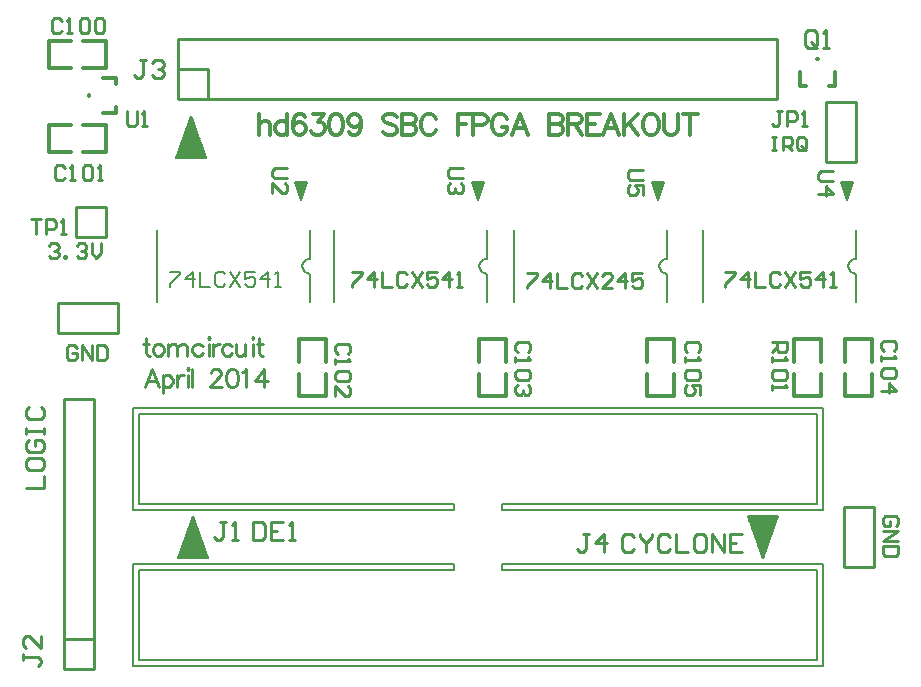
<source format=gto>
%FSLAX23Y23*%
%MOIN*%
G70*
G01*
G75*
%ADD10R,0.060X0.050*%
%ADD11R,0.050X0.060*%
%ADD12R,0.036X0.050*%
%ADD13R,0.036X0.036*%
%ADD14R,0.050X0.036*%
%ADD15R,0.032X0.095*%
%ADD16C,0.015*%
%ADD17C,0.012*%
%ADD18C,0.010*%
%ADD19C,0.030*%
%ADD20C,0.075*%
%ADD21O,0.065X0.075*%
%ADD22R,0.070X0.070*%
%ADD23R,0.065X0.070*%
%ADD24C,0.070*%
%ADD25C,0.050*%
%ADD26C,0.040*%
%ADD27C,0.008*%
%ADD28C,0.008*%
D17*
X10245Y9475D02*
X10320D01*
X10245Y9565D02*
X10320D01*
X10130D02*
X10205D01*
X10130Y9475D02*
X10205D01*
X10320D02*
Y9565D01*
X10130Y9475D02*
Y9565D01*
X10245Y9755D02*
X10320D01*
X10245Y9845D02*
X10320D01*
X10130D02*
X10205D01*
X10130Y9755D02*
X10205D01*
X10320D02*
Y9845D01*
X10130Y9755D02*
Y9845D01*
X12615Y8660D02*
X12705D01*
X12615Y8850D02*
X12705D01*
Y8660D02*
Y8735D01*
X12615Y8660D02*
Y8735D01*
Y8775D02*
Y8850D01*
X12705Y8775D02*
Y8850D01*
X12635Y9695D02*
Y9740D01*
X12750Y9695D02*
Y9740D01*
X12635Y9695D02*
X12655D01*
X12690Y9785D02*
X12695D01*
X12730Y9695D02*
X12750D01*
X10310Y9605D02*
X10355D01*
X10310Y9720D02*
X10355D01*
Y9605D02*
Y9625D01*
X10265Y9660D02*
Y9665D01*
X10355Y9700D02*
Y9720D01*
X12785Y8660D02*
X12875D01*
X12785Y8850D02*
X12875D01*
Y8660D02*
Y8735D01*
X12785Y8660D02*
Y8735D01*
Y8775D02*
Y8850D01*
X12875Y8775D02*
Y8850D01*
X10965Y8660D02*
X11055D01*
X10965Y8850D02*
X11055D01*
Y8660D02*
Y8735D01*
X10965Y8660D02*
Y8735D01*
Y8775D02*
Y8850D01*
X11055Y8775D02*
Y8850D01*
X11565Y8660D02*
X11655D01*
X11565Y8850D02*
X11655D01*
Y8660D02*
Y8735D01*
X11565Y8660D02*
Y8735D01*
Y8775D02*
Y8850D01*
X11655Y8775D02*
Y8850D01*
X12125Y8660D02*
X12215D01*
X12125Y8850D02*
X12215D01*
Y8660D02*
Y8735D01*
X12125Y8660D02*
Y8735D01*
Y8775D02*
Y8850D01*
X12215Y8775D02*
Y8850D01*
X10830Y9600D02*
Y9530D01*
Y9563D02*
X10840Y9573D01*
X10847Y9577D01*
X10857D01*
X10863Y9573D01*
X10867Y9563D01*
Y9530D01*
X10925Y9600D02*
Y9530D01*
Y9567D02*
X10918Y9573D01*
X10912Y9577D01*
X10902D01*
X10895Y9573D01*
X10888Y9567D01*
X10885Y9557D01*
Y9550D01*
X10888Y9540D01*
X10895Y9533D01*
X10902Y9530D01*
X10912D01*
X10918Y9533D01*
X10925Y9540D01*
X10984Y9590D02*
X10980Y9597D01*
X10970Y9600D01*
X10964D01*
X10954Y9597D01*
X10947Y9587D01*
X10944Y9570D01*
Y9553D01*
X10947Y9540D01*
X10954Y9533D01*
X10964Y9530D01*
X10967D01*
X10977Y9533D01*
X10984Y9540D01*
X10987Y9550D01*
Y9553D01*
X10984Y9563D01*
X10977Y9570D01*
X10967Y9573D01*
X10964D01*
X10954Y9570D01*
X10947Y9563D01*
X10944Y9553D01*
X11009Y9600D02*
X11046D01*
X11026Y9573D01*
X11036D01*
X11042Y9570D01*
X11046Y9567D01*
X11049Y9557D01*
Y9550D01*
X11046Y9540D01*
X11039Y9533D01*
X11029Y9530D01*
X11019D01*
X11009Y9533D01*
X11006Y9537D01*
X11002Y9543D01*
X11085Y9600D02*
X11075Y9597D01*
X11068Y9587D01*
X11065Y9570D01*
Y9560D01*
X11068Y9543D01*
X11075Y9533D01*
X11085Y9530D01*
X11091D01*
X11101Y9533D01*
X11108Y9543D01*
X11111Y9560D01*
Y9570D01*
X11108Y9587D01*
X11101Y9597D01*
X11091Y9600D01*
X11085D01*
X11170Y9577D02*
X11167Y9567D01*
X11160Y9560D01*
X11150Y9557D01*
X11147D01*
X11137Y9560D01*
X11130Y9567D01*
X11127Y9577D01*
Y9580D01*
X11130Y9590D01*
X11137Y9597D01*
X11147Y9600D01*
X11150D01*
X11160Y9597D01*
X11167Y9590D01*
X11170Y9577D01*
Y9560D01*
X11167Y9543D01*
X11160Y9533D01*
X11150Y9530D01*
X11144D01*
X11134Y9533D01*
X11130Y9540D01*
X11291Y9590D02*
X11284Y9597D01*
X11274Y9600D01*
X11261D01*
X11251Y9597D01*
X11244Y9590D01*
Y9583D01*
X11248Y9577D01*
X11251Y9573D01*
X11258Y9570D01*
X11278Y9563D01*
X11284Y9560D01*
X11288Y9557D01*
X11291Y9550D01*
Y9540D01*
X11284Y9533D01*
X11274Y9530D01*
X11261D01*
X11251Y9533D01*
X11244Y9540D01*
X11307Y9600D02*
Y9530D01*
Y9600D02*
X11337D01*
X11347Y9597D01*
X11350Y9593D01*
X11353Y9587D01*
Y9580D01*
X11350Y9573D01*
X11347Y9570D01*
X11337Y9567D01*
X11307D02*
X11337D01*
X11347Y9563D01*
X11350Y9560D01*
X11353Y9553D01*
Y9543D01*
X11350Y9537D01*
X11347Y9533D01*
X11337Y9530D01*
X11307D01*
X11419Y9583D02*
X11416Y9590D01*
X11409Y9597D01*
X11402Y9600D01*
X11389D01*
X11382Y9597D01*
X11376Y9590D01*
X11372Y9583D01*
X11369Y9573D01*
Y9557D01*
X11372Y9547D01*
X11376Y9540D01*
X11382Y9533D01*
X11389Y9530D01*
X11402D01*
X11409Y9533D01*
X11416Y9540D01*
X11419Y9547D01*
X11494Y9600D02*
Y9530D01*
Y9600D02*
X11537D01*
X11494Y9567D02*
X11520D01*
X11545Y9563D02*
X11575D01*
X11585Y9567D01*
X11588Y9570D01*
X11592Y9577D01*
Y9587D01*
X11588Y9593D01*
X11585Y9597D01*
X11575Y9600D01*
X11545D01*
Y9530D01*
X11657Y9583D02*
X11654Y9590D01*
X11647Y9597D01*
X11640Y9600D01*
X11627D01*
X11620Y9597D01*
X11614Y9590D01*
X11610Y9583D01*
X11607Y9573D01*
Y9557D01*
X11610Y9547D01*
X11614Y9540D01*
X11620Y9533D01*
X11627Y9530D01*
X11640D01*
X11647Y9533D01*
X11654Y9540D01*
X11657Y9547D01*
Y9557D01*
X11640D02*
X11657D01*
X11726Y9530D02*
X11700Y9600D01*
X11673Y9530D01*
X11683Y9553D02*
X11716D01*
X11798Y9600D02*
Y9530D01*
Y9600D02*
X11828D01*
X11838Y9597D01*
X11841Y9593D01*
X11844Y9587D01*
Y9580D01*
X11841Y9573D01*
X11838Y9570D01*
X11828Y9567D01*
X11798D02*
X11828D01*
X11838Y9563D01*
X11841Y9560D01*
X11844Y9553D01*
Y9543D01*
X11841Y9537D01*
X11838Y9533D01*
X11828Y9530D01*
X11798D01*
X11860Y9600D02*
Y9530D01*
Y9600D02*
X11890D01*
X11900Y9597D01*
X11903Y9593D01*
X11907Y9587D01*
Y9580D01*
X11903Y9573D01*
X11900Y9570D01*
X11890Y9567D01*
X11860D01*
X11883D02*
X11907Y9530D01*
X11966Y9600D02*
X11922D01*
Y9530D01*
X11966D01*
X11922Y9567D02*
X11949D01*
X12031Y9530D02*
X12004Y9600D01*
X11977Y9530D01*
X11987Y9553D02*
X12021D01*
X12047Y9600D02*
Y9530D01*
X12094Y9600D02*
X12047Y9553D01*
X12064Y9570D02*
X12094Y9530D01*
X12129Y9600D02*
X12123Y9597D01*
X12116Y9590D01*
X12113Y9583D01*
X12109Y9573D01*
Y9557D01*
X12113Y9547D01*
X12116Y9540D01*
X12123Y9533D01*
X12129Y9530D01*
X12143D01*
X12149Y9533D01*
X12156Y9540D01*
X12159Y9547D01*
X12163Y9557D01*
Y9573D01*
X12159Y9583D01*
X12156Y9590D01*
X12149Y9597D01*
X12143Y9600D01*
X12129D01*
X12179D02*
Y9550D01*
X12182Y9540D01*
X12189Y9533D01*
X12199Y9530D01*
X12206D01*
X12216Y9533D01*
X12222Y9540D01*
X12226Y9550D01*
Y9600D01*
X12268D02*
Y9530D01*
X12245Y9600D02*
X12292D01*
D18*
X10560Y9650D02*
Y9750D01*
X10660D02*
X10660Y9650D01*
X10560Y9750D02*
X10660D01*
X10560D02*
Y9850D01*
Y9650D02*
X12558Y9650D01*
X10560Y9850D02*
X12558D01*
Y9650D02*
Y9850D01*
X10320Y9190D02*
Y9290D01*
X10220Y9190D02*
X10320D01*
X10220Y9290D02*
X10320D01*
X10220Y9190D02*
Y9290D01*
X12720Y9440D02*
X12820D01*
X12720Y9640D02*
X12820D01*
X12720Y9440D02*
Y9640D01*
X12820Y9440D02*
Y9640D01*
X12780Y8090D02*
X12880D01*
X12780Y8290D02*
X12880D01*
X12780Y8090D02*
Y8290D01*
X12880Y8090D02*
Y8290D01*
X10360Y8870D02*
X10360Y8970D01*
X10160Y8870D02*
Y8970D01*
Y8870D02*
X10360D01*
X10160Y8970D02*
X10360D01*
X10280Y7750D02*
Y8650D01*
X10180Y7750D02*
Y8650D01*
X10280D01*
X10180Y7750D02*
X10280D01*
X10180Y7850D02*
X10280D01*
X10455Y9780D02*
X10435D01*
X10445D01*
Y9730D01*
X10435Y9720D01*
X10425D01*
X10415Y9730D01*
X10475Y9770D02*
X10485Y9780D01*
X10505D01*
X10515Y9770D01*
Y9760D01*
X10505Y9750D01*
X10495D01*
X10505D01*
X10515Y9740D01*
Y9730D01*
X10505Y9720D01*
X10485D01*
X10475Y9730D01*
X10810Y8240D02*
Y8180D01*
X10840D01*
X10850Y8190D01*
Y8230D01*
X10840Y8240D01*
X10810D01*
X10910D02*
X10870D01*
Y8180D01*
X10910D01*
X10870Y8210D02*
X10890D01*
X10930Y8180D02*
X10950D01*
X10940D01*
Y8240D01*
X10930Y8230D01*
X10720Y8240D02*
X10700D01*
X10710D01*
Y8190D01*
X10700Y8180D01*
X10690D01*
X10680Y8190D01*
X10740Y8180D02*
X10760D01*
X10750D01*
Y8240D01*
X10740Y8230D01*
X12080Y8190D02*
X12070Y8200D01*
X12050D01*
X12040Y8190D01*
Y8150D01*
X12050Y8140D01*
X12070D01*
X12080Y8150D01*
X12100Y8200D02*
Y8190D01*
X12120Y8170D01*
X12140Y8190D01*
Y8200D01*
X12120Y8170D02*
Y8140D01*
X12200Y8190D02*
X12190Y8200D01*
X12170D01*
X12160Y8190D01*
Y8150D01*
X12170Y8140D01*
X12190D01*
X12200Y8150D01*
X12220Y8200D02*
Y8140D01*
X12260D01*
X12310Y8200D02*
X12290D01*
X12280Y8190D01*
Y8150D01*
X12290Y8140D01*
X12310D01*
X12320Y8150D01*
Y8190D01*
X12310Y8200D01*
X12340Y8140D02*
Y8200D01*
X12380Y8140D01*
Y8200D01*
X12440D02*
X12400D01*
Y8140D01*
X12440D01*
X12400Y8170D02*
X12420D01*
X11930Y8200D02*
X11910D01*
X11920D01*
Y8150D01*
X11910Y8140D01*
X11900D01*
X11890Y8150D01*
X11980Y8140D02*
Y8200D01*
X11950Y8170D01*
X11990D01*
X11725Y9070D02*
X11758D01*
Y9062D01*
X11725Y9028D01*
Y9020D01*
X11800D02*
Y9070D01*
X11775Y9045D01*
X11808D01*
X11825Y9070D02*
Y9020D01*
X11858D01*
X11908Y9062D02*
X11900Y9070D01*
X11883D01*
X11875Y9062D01*
Y9028D01*
X11883Y9020D01*
X11900D01*
X11908Y9028D01*
X11925Y9070D02*
X11958Y9020D01*
Y9070D02*
X11925Y9020D01*
X12008D02*
X11975D01*
X12008Y9053D01*
Y9062D01*
X12000Y9070D01*
X11983D01*
X11975Y9062D01*
X12050Y9020D02*
Y9070D01*
X12025Y9045D01*
X12058D01*
X12108Y9070D02*
X12075D01*
Y9045D01*
X12092Y9053D01*
X12100D01*
X12108Y9045D01*
Y9028D01*
X12100Y9020D01*
X12083D01*
X12075Y9028D01*
X12110Y9415D02*
X12068D01*
X12060Y9407D01*
Y9390D01*
X12068Y9382D01*
X12110D01*
Y9332D02*
Y9365D01*
X12085D01*
X12093Y9348D01*
Y9340D01*
X12085Y9332D01*
X12068D01*
X12060Y9340D01*
Y9357D01*
X12068Y9365D01*
X12385Y9075D02*
X12418D01*
Y9067D01*
X12385Y9033D01*
Y9025D01*
X12460D02*
Y9075D01*
X12435Y9050D01*
X12468D01*
X12485Y9075D02*
Y9025D01*
X12518D01*
X12568Y9067D02*
X12560Y9075D01*
X12543D01*
X12535Y9067D01*
Y9033D01*
X12543Y9025D01*
X12560D01*
X12568Y9033D01*
X12585Y9075D02*
X12618Y9025D01*
Y9075D02*
X12585Y9025D01*
X12668Y9075D02*
X12635D01*
Y9050D01*
X12652Y9058D01*
X12660D01*
X12668Y9050D01*
Y9033D01*
X12660Y9025D01*
X12643D01*
X12635Y9033D01*
X12710Y9025D02*
Y9075D01*
X12685Y9050D01*
X12718D01*
X12735Y9025D02*
X12752D01*
X12743D01*
Y9075D01*
X12735Y9067D01*
X12745Y9410D02*
X12703D01*
X12695Y9402D01*
Y9385D01*
X12703Y9377D01*
X12745D01*
X12695Y9335D02*
X12745D01*
X12720Y9360D01*
Y9327D01*
X11140Y9075D02*
X11173D01*
Y9067D01*
X11140Y9033D01*
Y9025D01*
X11215D02*
Y9075D01*
X11190Y9050D01*
X11223D01*
X11240Y9075D02*
Y9025D01*
X11273D01*
X11323Y9067D02*
X11315Y9075D01*
X11298D01*
X11290Y9067D01*
Y9033D01*
X11298Y9025D01*
X11315D01*
X11323Y9033D01*
X11340Y9075D02*
X11373Y9025D01*
Y9075D02*
X11340Y9025D01*
X11423Y9075D02*
X11390D01*
Y9050D01*
X11407Y9058D01*
X11415D01*
X11423Y9050D01*
Y9033D01*
X11415Y9025D01*
X11398D01*
X11390Y9033D01*
X11465Y9025D02*
Y9075D01*
X11440Y9050D01*
X11473D01*
X11490Y9025D02*
X11507D01*
X11498D01*
Y9075D01*
X11490Y9067D01*
X11510Y9420D02*
X11468D01*
X11460Y9412D01*
Y9395D01*
X11468Y9387D01*
X11510D01*
X11502Y9370D02*
X11510Y9362D01*
Y9345D01*
X11502Y9337D01*
X11493D01*
X11485Y9345D01*
Y9353D01*
Y9345D01*
X11477Y9337D01*
X11468D01*
X11460Y9345D01*
Y9362D01*
X11468Y9370D01*
X10925Y9420D02*
X10883D01*
X10875Y9412D01*
Y9395D01*
X10883Y9387D01*
X10925D01*
X10875Y9337D02*
Y9370D01*
X10908Y9337D01*
X10917D01*
X10925Y9345D01*
Y9362D01*
X10917Y9370D01*
X10390Y9610D02*
Y9568D01*
X10398Y9560D01*
X10415D01*
X10423Y9568D01*
Y9610D01*
X10440Y9560D02*
X10457D01*
X10448D01*
Y9610D01*
X10440Y9602D01*
X10130Y9162D02*
X10138Y9170D01*
X10155D01*
X10163Y9162D01*
Y9153D01*
X10155Y9145D01*
X10147D01*
X10155D01*
X10163Y9137D01*
Y9128D01*
X10155Y9120D01*
X10138D01*
X10130Y9128D01*
X10180Y9120D02*
Y9128D01*
X10188D01*
Y9120D01*
X10180D01*
X10222Y9162D02*
X10230Y9170D01*
X10247D01*
X10255Y9162D01*
Y9153D01*
X10247Y9145D01*
X10238D01*
X10247D01*
X10255Y9137D01*
Y9128D01*
X10247Y9120D01*
X10230D01*
X10222Y9128D01*
X10272Y9170D02*
Y9137D01*
X10288Y9120D01*
X10305Y9137D01*
Y9170D01*
X10070Y9250D02*
X10103D01*
X10087D01*
Y9200D01*
X10120D02*
Y9250D01*
X10145D01*
X10153Y9242D01*
Y9225D01*
X10145Y9217D01*
X10120D01*
X10170Y9200D02*
X10187D01*
X10178D01*
Y9250D01*
X10170Y9242D01*
X12540Y8840D02*
X12590D01*
Y8815D01*
X12582Y8807D01*
X12565D01*
X12557Y8815D01*
Y8840D01*
Y8823D02*
X12540Y8807D01*
Y8790D02*
Y8773D01*
Y8782D01*
X12590D01*
X12582Y8790D01*
Y8748D02*
X12590Y8740D01*
Y8723D01*
X12582Y8715D01*
X12548D01*
X12540Y8723D01*
Y8740D01*
X12548Y8748D01*
X12582D01*
X12540Y8698D02*
Y8682D01*
Y8690D01*
X12590D01*
X12582Y8698D01*
X12690Y9830D02*
Y9870D01*
X12680Y9880D01*
X12660D01*
X12650Y9870D01*
Y9830D01*
X12660Y9820D01*
X12680D01*
X12670Y9840D02*
X12690Y9820D01*
X12680D02*
X12690Y9830D01*
X12710Y9820D02*
X12730D01*
X12720D01*
Y9880D01*
X12710Y9870D01*
X12952Y8227D02*
X12960Y8235D01*
Y8252D01*
X12952Y8260D01*
X12918D01*
X12910Y8252D01*
Y8235D01*
X12918Y8227D01*
X12935D01*
Y8243D01*
X12910Y8210D02*
X12960D01*
X12910Y8177D01*
X12960D01*
Y8160D02*
X12910D01*
Y8135D01*
X12918Y8127D01*
X12952D01*
X12960Y8135D01*
Y8160D01*
X10223Y8822D02*
X10215Y8830D01*
X10198D01*
X10190Y8822D01*
Y8788D01*
X10198Y8780D01*
X10215D01*
X10223Y8788D01*
Y8805D01*
X10207D01*
X10240Y8780D02*
Y8830D01*
X10273Y8780D01*
Y8830D01*
X10290D02*
Y8780D01*
X10315D01*
X10323Y8788D01*
Y8822D01*
X10315Y8830D01*
X10290D01*
X12540Y9525D02*
X12555D01*
X12547D01*
Y9480D01*
X12540D01*
X12555D01*
X12577D02*
Y9525D01*
X12600D01*
X12607Y9517D01*
Y9502D01*
X12600Y9495D01*
X12577D01*
X12592D02*
X12607Y9480D01*
X12652Y9487D02*
Y9517D01*
X12645Y9525D01*
X12630D01*
X12622Y9517D01*
Y9487D01*
X12630Y9480D01*
X12645D01*
X12637Y9495D02*
X12652Y9480D01*
X12645D02*
X12652Y9487D01*
X12573Y9610D02*
X12557D01*
X12565D01*
Y9568D01*
X12557Y9560D01*
X12548D01*
X12540Y9568D01*
X12590Y9560D02*
Y9610D01*
X12615D01*
X12623Y9602D01*
Y9585D01*
X12615Y9577D01*
X12590D01*
X12640Y9560D02*
X12657D01*
X12648D01*
Y9610D01*
X12640Y9602D01*
X10055Y8355D02*
X10115D01*
Y8395D01*
X10055Y8445D02*
Y8425D01*
X10065Y8415D01*
X10105D01*
X10115Y8425D01*
Y8445D01*
X10105Y8455D01*
X10065D01*
X10055Y8445D01*
X10065Y8515D02*
X10055Y8505D01*
Y8485D01*
X10065Y8475D01*
X10105D01*
X10115Y8485D01*
Y8505D01*
X10105Y8515D01*
X10085D01*
Y8495D01*
X10055Y8535D02*
Y8555D01*
Y8545D01*
X10115D01*
Y8535D01*
Y8555D01*
X10065Y8625D02*
X10055Y8615D01*
Y8595D01*
X10065Y8585D01*
X10105D01*
X10115Y8595D01*
Y8615D01*
X10105Y8625D01*
X10045Y7800D02*
Y7780D01*
Y7790D01*
X10095D01*
X10105Y7780D01*
Y7770D01*
X10095Y7760D01*
X10105Y7860D02*
Y7820D01*
X10065Y7860D01*
X10055D01*
X10045Y7850D01*
Y7830D01*
X10055Y7820D01*
X10183Y9422D02*
X10175Y9430D01*
X10158D01*
X10150Y9422D01*
Y9388D01*
X10158Y9380D01*
X10175D01*
X10183Y9388D01*
X10200Y9380D02*
X10217D01*
X10208D01*
Y9430D01*
X10200Y9422D01*
X10242D02*
X10250Y9430D01*
X10267D01*
X10275Y9422D01*
Y9388D01*
X10267Y9380D01*
X10250D01*
X10242Y9388D01*
Y9422D01*
X10292Y9380D02*
X10308D01*
X10300D01*
Y9430D01*
X10292Y9422D01*
X10173Y9912D02*
X10165Y9920D01*
X10148D01*
X10140Y9912D01*
Y9878D01*
X10148Y9870D01*
X10165D01*
X10173Y9878D01*
X10190Y9870D02*
X10207D01*
X10198D01*
Y9920D01*
X10190Y9912D01*
X10232D02*
X10240Y9920D01*
X10257D01*
X10265Y9912D01*
Y9878D01*
X10257Y9870D01*
X10240D01*
X10232Y9878D01*
Y9912D01*
X10282D02*
X10290Y9920D01*
X10307D01*
X10315Y9912D01*
Y9878D01*
X10307Y9870D01*
X10290D01*
X10282Y9878D01*
Y9912D01*
X12292Y8807D02*
X12300Y8815D01*
Y8832D01*
X12292Y8840D01*
X12258D01*
X12250Y8832D01*
Y8815D01*
X12258Y8807D01*
X12250Y8790D02*
Y8773D01*
Y8782D01*
X12300D01*
X12292Y8790D01*
Y8748D02*
X12300Y8740D01*
Y8723D01*
X12292Y8715D01*
X12258D01*
X12250Y8723D01*
Y8740D01*
X12258Y8748D01*
X12292D01*
X12300Y8665D02*
Y8698D01*
X12275D01*
X12283Y8682D01*
Y8673D01*
X12275Y8665D01*
X12258D01*
X12250Y8673D01*
Y8690D01*
X12258Y8698D01*
X12947Y8812D02*
X12955Y8820D01*
Y8837D01*
X12947Y8845D01*
X12913D01*
X12905Y8837D01*
Y8820D01*
X12913Y8812D01*
X12905Y8795D02*
Y8778D01*
Y8787D01*
X12955D01*
X12947Y8795D01*
Y8753D02*
X12955Y8745D01*
Y8728D01*
X12947Y8720D01*
X12913D01*
X12905Y8728D01*
Y8745D01*
X12913Y8753D01*
X12947D01*
X12905Y8678D02*
X12955D01*
X12930Y8703D01*
Y8670D01*
X11727Y8807D02*
X11735Y8815D01*
Y8832D01*
X11727Y8840D01*
X11693D01*
X11685Y8832D01*
Y8815D01*
X11693Y8807D01*
X11685Y8790D02*
Y8773D01*
Y8782D01*
X11735D01*
X11727Y8790D01*
Y8748D02*
X11735Y8740D01*
Y8723D01*
X11727Y8715D01*
X11693D01*
X11685Y8723D01*
Y8740D01*
X11693Y8748D01*
X11727D01*
Y8698D02*
X11735Y8690D01*
Y8673D01*
X11727Y8665D01*
X11718D01*
X11710Y8673D01*
Y8682D01*
Y8673D01*
X11702Y8665D01*
X11693D01*
X11685Y8673D01*
Y8690D01*
X11693Y8698D01*
X11127Y8802D02*
X11135Y8810D01*
Y8827D01*
X11127Y8835D01*
X11093D01*
X11085Y8827D01*
Y8810D01*
X11093Y8802D01*
X11085Y8785D02*
Y8768D01*
Y8777D01*
X11135D01*
X11127Y8785D01*
Y8743D02*
X11135Y8735D01*
Y8718D01*
X11127Y8710D01*
X11093D01*
X11085Y8718D01*
Y8735D01*
X11093Y8743D01*
X11127D01*
X11085Y8660D02*
Y8693D01*
X11118Y8660D01*
X11127D01*
X11135Y8668D01*
Y8685D01*
X11127Y8693D01*
X10454Y8855D02*
Y8806D01*
X10456Y8798D01*
X10462Y8795D01*
X10468D01*
X10445Y8835D02*
X10465D01*
X10491D02*
X10485Y8832D01*
X10479Y8826D01*
X10476Y8818D01*
Y8812D01*
X10479Y8804D01*
X10485Y8798D01*
X10491Y8795D01*
X10499D01*
X10505Y8798D01*
X10511Y8804D01*
X10514Y8812D01*
Y8818D01*
X10511Y8826D01*
X10505Y8832D01*
X10499Y8835D01*
X10491D01*
X10527D02*
Y8795D01*
Y8824D02*
X10535Y8832D01*
X10541Y8835D01*
X10550D01*
X10555Y8832D01*
X10558Y8824D01*
Y8795D01*
Y8824D02*
X10567Y8832D01*
X10572Y8835D01*
X10581D01*
X10587Y8832D01*
X10590Y8824D01*
Y8795D01*
X10643Y8826D02*
X10637Y8832D01*
X10631Y8835D01*
X10623D01*
X10617Y8832D01*
X10611Y8826D01*
X10608Y8818D01*
Y8812D01*
X10611Y8804D01*
X10617Y8798D01*
X10623Y8795D01*
X10631D01*
X10637Y8798D01*
X10643Y8804D01*
X10661Y8855D02*
X10664Y8852D01*
X10667Y8855D01*
X10664Y8858D01*
X10661Y8855D01*
X10664Y8835D02*
Y8795D01*
X10678Y8835D02*
Y8795D01*
Y8818D02*
X10680Y8826D01*
X10686Y8832D01*
X10692Y8835D01*
X10700D01*
X10740Y8826D02*
X10734Y8832D01*
X10729Y8835D01*
X10720D01*
X10714Y8832D01*
X10709Y8826D01*
X10706Y8818D01*
Y8812D01*
X10709Y8804D01*
X10714Y8798D01*
X10720Y8795D01*
X10729D01*
X10734Y8798D01*
X10740Y8804D01*
X10753Y8835D02*
Y8806D01*
X10756Y8798D01*
X10762Y8795D01*
X10770D01*
X10776Y8798D01*
X10784Y8806D01*
Y8835D02*
Y8795D01*
X10806Y8855D02*
X10809Y8852D01*
X10811Y8855D01*
X10809Y8858D01*
X10806Y8855D01*
X10809Y8835D02*
Y8795D01*
X10831Y8855D02*
Y8806D01*
X10833Y8798D01*
X10839Y8795D01*
X10845D01*
X10822Y8835D02*
X10842D01*
X10496Y8690D02*
X10473Y8750D01*
X10450Y8690D01*
X10459Y8710D02*
X10487D01*
X10510Y8730D02*
Y8670D01*
Y8721D02*
X10515Y8727D01*
X10521Y8730D01*
X10530D01*
X10535Y8727D01*
X10541Y8721D01*
X10544Y8713D01*
Y8707D01*
X10541Y8699D01*
X10535Y8693D01*
X10530Y8690D01*
X10521D01*
X10515Y8693D01*
X10510Y8699D01*
X10557Y8730D02*
Y8690D01*
Y8713D02*
X10560Y8721D01*
X10565Y8727D01*
X10571Y8730D01*
X10580D01*
X10591Y8750D02*
X10594Y8747D01*
X10597Y8750D01*
X10594Y8753D01*
X10591Y8750D01*
X10594Y8730D02*
Y8690D01*
X10607Y8750D02*
Y8690D01*
X10670Y8736D02*
Y8739D01*
X10673Y8744D01*
X10675Y8747D01*
X10681Y8750D01*
X10693D01*
X10698Y8747D01*
X10701Y8744D01*
X10704Y8739D01*
Y8733D01*
X10701Y8727D01*
X10695Y8719D01*
X10667Y8690D01*
X10707D01*
X10737Y8750D02*
X10729Y8747D01*
X10723Y8739D01*
X10720Y8724D01*
Y8716D01*
X10723Y8701D01*
X10729Y8693D01*
X10737Y8690D01*
X10743D01*
X10752Y8693D01*
X10757Y8701D01*
X10760Y8716D01*
Y8724D01*
X10757Y8739D01*
X10752Y8747D01*
X10743Y8750D01*
X10737D01*
X10774Y8739D02*
X10779Y8741D01*
X10788Y8750D01*
Y8690D01*
X10846Y8750D02*
X10818Y8710D01*
X10860D01*
X10846Y8750D02*
Y8690D01*
D27*
X10592Y9560D02*
X10618D01*
X10591Y9555D02*
X10619D01*
X10589Y9550D02*
X10621D01*
X10587Y9545D02*
X10623D01*
X10650Y9455D02*
Y9469D01*
X10645Y9455D02*
Y9483D01*
X10585Y9540D02*
X10625D01*
X10603Y9590D02*
X10607D01*
X10601Y9585D02*
X10609D01*
X10600Y9580D02*
X10610D01*
X10598Y9575D02*
X10612D01*
X10596Y9570D02*
X10614D01*
X10594Y9565D02*
X10616D01*
X10625Y9455D02*
Y9539D01*
X10620Y9455D02*
Y9553D01*
X10605Y9595D02*
X10655Y9455D01*
X10640D02*
Y9497D01*
X10635Y9455D02*
Y9511D01*
X10630Y9455D02*
Y9525D01*
X10610Y9455D02*
Y9581D01*
X10605Y9455D02*
Y9595D01*
X10600Y9455D02*
Y9581D01*
X10615Y9455D02*
Y9567D01*
X10595Y9455D02*
Y9567D01*
X10590Y9455D02*
Y9553D01*
X10575Y9510D02*
X10635D01*
X10571Y9500D02*
X10639D01*
X10569Y9495D02*
X10641D01*
X10568Y9490D02*
X10642D01*
X10566Y9485D02*
X10644D01*
X10564Y9480D02*
X10646D01*
X10584Y9535D02*
X10626D01*
X10582Y9530D02*
X10628D01*
X10580Y9525D02*
X10630D01*
X10578Y9520D02*
X10632D01*
X10576Y9515D02*
X10634D01*
X10573Y9505D02*
X10637D01*
X10562Y9475D02*
X10648D01*
X10560Y9470D02*
X10650D01*
X10555Y9455D02*
X10605Y9595D01*
X10559Y9465D02*
X10651D01*
X10557Y9460D02*
X10653D01*
X10555Y9455D02*
X10655D01*
X10585D02*
Y9539D01*
X10580Y9455D02*
Y9525D01*
X10575Y9455D02*
Y9511D01*
X10570Y9455D02*
Y9497D01*
X10565Y9455D02*
Y9483D01*
X10560Y9455D02*
Y9469D01*
X10976Y9375D02*
X10986Y9364D01*
X10968Y9375D02*
X10985Y9359D01*
X10961Y9342D02*
X10988Y9369D01*
X10961Y9375D02*
X10983Y9354D01*
X10963Y9336D02*
X10984Y9358D01*
X10965Y9331D02*
X10981Y9347D01*
X10970Y9315D02*
X10990Y9375D01*
X10965Y9331D02*
X10981Y9347D01*
X10966Y9326D02*
X10977Y9337D01*
X10962Y9339D02*
X10974Y9327D01*
X10966Y9328D02*
X10972Y9322D01*
X10959Y9347D02*
X10987Y9375D01*
X10950D02*
X10990D01*
X10958Y9352D02*
X10980Y9375D01*
X10956Y9358D02*
X10973Y9375D01*
X10954Y9363D02*
X10966Y9375D01*
X10952Y9368D02*
X10959Y9375D01*
X10954D02*
X10981Y9348D01*
X10951Y9371D02*
X10979Y9343D01*
X10955Y9360D02*
X10978Y9338D01*
X10950Y9375D02*
X10970Y9315D01*
X10958Y9350D02*
X10976Y9332D01*
X11570Y9375D02*
X11577Y9367D01*
X11562Y9375D02*
X11576Y9362D01*
X11550Y9344D02*
X11579Y9373D01*
X11555Y9375D02*
X11574Y9357D01*
X11552Y9339D02*
X11576Y9363D01*
X11554Y9334D02*
X11572Y9352D01*
X11560Y9315D02*
X11580Y9375D01*
X11556Y9328D02*
X11569Y9341D01*
X11556Y9328D02*
X11569Y9341D01*
X11554Y9334D02*
X11563Y9325D01*
X11557Y9323D02*
X11565Y9331D01*
X11548Y9375D02*
X11572Y9351D01*
X11540Y9375D02*
X11580D01*
X11549Y9349D02*
X11574Y9375D01*
X11547Y9355D02*
X11567Y9375D01*
X11545Y9360D02*
X11560Y9375D01*
X11543Y9365D02*
X11553Y9375D01*
X11543Y9366D02*
X11569Y9341D01*
X11541Y9375D02*
X11570Y9346D01*
X11546Y9356D02*
X11567Y9335D01*
X11540Y9375D02*
X11560Y9315D01*
X11550Y9345D02*
X11565Y9330D01*
X12171Y9375D02*
X12178Y9368D01*
X12163Y9375D02*
X12176Y9363D01*
X12151Y9343D02*
X12179Y9372D01*
X12156Y9375D02*
X12174Y9357D01*
X12152Y9338D02*
X12175Y9361D01*
X12154Y9333D02*
X12172Y9350D01*
X12160Y9315D02*
X12180Y9375D01*
X12154Y9333D02*
X12172Y9350D01*
X12156Y9327D02*
X12168Y9340D01*
X12153Y9336D02*
X12163Y9325D01*
X12158Y9322D02*
X12165Y9329D01*
X12149Y9349D02*
X12175Y9375D01*
X12140D02*
X12180D01*
X12149D02*
X12172Y9352D01*
X12147Y9354D02*
X12168Y9375D01*
X12145Y9359D02*
X12161Y9375D01*
X12143Y9365D02*
X12154Y9375D01*
X12142D02*
X12171Y9347D01*
X12142Y9368D02*
X12169Y9341D01*
X12146Y9357D02*
X12167Y9336D01*
X12140Y9375D02*
X12160Y9315D01*
X12149Y9347D02*
X12165Y9331D01*
X12800Y9375D02*
X12807Y9367D01*
X12793Y9375D02*
X12806Y9362D01*
X12780Y9344D02*
X12809Y9373D01*
X12786Y9375D02*
X12804Y9357D01*
X12782Y9339D02*
X12806Y9362D01*
X12784Y9333D02*
X12802Y9351D01*
X12790Y9315D02*
X12810Y9375D01*
X12784Y9333D02*
X12802Y9351D01*
X12786Y9328D02*
X12799Y9341D01*
X12783Y9335D02*
X12793Y9325D01*
X12787Y9323D02*
X12795Y9330D01*
X12779Y9349D02*
X12804Y9375D01*
X12770D02*
X12810D01*
X12779D02*
X12802Y9351D01*
X12777Y9354D02*
X12797Y9375D01*
X12775Y9360D02*
X12790Y9375D01*
X12773Y9365D02*
X12783Y9375D01*
X12773Y9367D02*
X12799Y9341D01*
X12772Y9375D02*
X12800Y9346D01*
X12776Y9356D02*
X12797Y9336D01*
X12770Y9375D02*
X12790Y9315D01*
X12780Y9346D02*
X12795Y9330D01*
X10410Y8280D02*
Y8620D01*
Y8280D02*
X11480D01*
X12710D02*
Y8620D01*
X10410D02*
X12710D01*
X11640Y8280D02*
X12710D01*
X11480D02*
Y8300D01*
X10430D02*
X11480D01*
X10430D02*
Y8600D01*
X12690D01*
Y8300D02*
Y8600D01*
X11640Y8300D02*
X12690D01*
X11640Y8280D02*
Y8300D01*
X10597Y8225D02*
X10623D01*
X10596Y8220D02*
X10624D01*
X10594Y8215D02*
X10626D01*
X10592Y8210D02*
X10628D01*
X10655Y8120D02*
Y8134D01*
X10650Y8120D02*
Y8148D01*
X10590Y8205D02*
X10630D01*
X10608Y8255D02*
X10612D01*
X10606Y8250D02*
X10614D01*
X10605Y8245D02*
X10615D01*
X10603Y8240D02*
X10617D01*
X10601Y8235D02*
X10619D01*
X10599Y8230D02*
X10621D01*
X10630Y8120D02*
Y8204D01*
X10625Y8120D02*
Y8218D01*
X10610Y8260D02*
X10660Y8120D01*
X10645D02*
Y8162D01*
X10640Y8120D02*
Y8176D01*
X10635Y8120D02*
Y8190D01*
X10615Y8120D02*
Y8246D01*
X10610Y8120D02*
Y8260D01*
X10605Y8120D02*
Y8246D01*
X10620Y8120D02*
Y8232D01*
X10600Y8120D02*
Y8232D01*
X10595Y8120D02*
Y8218D01*
X10578Y8170D02*
X10642D01*
X10576Y8165D02*
X10644D01*
X10574Y8160D02*
X10646D01*
X10573Y8155D02*
X10648D01*
X10571Y8150D02*
X10649D01*
X10569Y8145D02*
X10651D01*
X10589Y8200D02*
X10631D01*
X10587Y8195D02*
X10633D01*
X10585Y8190D02*
X10635D01*
X10583Y8185D02*
X10637D01*
X10581Y8180D02*
X10639D01*
X10580Y8175D02*
X10640D01*
X10567Y8140D02*
X10653D01*
X10565Y8135D02*
X10655D01*
X10560Y8120D02*
X10610Y8260D01*
X10564Y8130D02*
X10656D01*
X10562Y8125D02*
X10658D01*
X10560Y8120D02*
X10660D01*
X10590D02*
Y8204D01*
X10585Y8120D02*
Y8190D01*
X10580Y8120D02*
Y8176D01*
X10575Y8120D02*
Y8162D01*
X10570Y8120D02*
Y8148D01*
X10565Y8120D02*
Y8134D01*
X12555Y8246D02*
Y8260D01*
X12550Y8232D02*
Y8260D01*
X12545Y8218D02*
Y8260D01*
X12540Y8204D02*
Y8260D01*
X12535Y8190D02*
Y8260D01*
X12530Y8176D02*
Y8260D01*
X12490Y8175D02*
X12530D01*
X12525Y8162D02*
Y8260D01*
X12495Y8162D02*
Y8260D01*
X12492Y8170D02*
X12528D01*
X12496Y8160D02*
X12524D01*
X12498Y8155D02*
X12523D01*
X12494Y8165D02*
X12526D01*
X12520Y8148D02*
Y8260D01*
X12515Y8134D02*
Y8260D01*
X12510Y8120D02*
X12560Y8260D01*
X12499Y8150D02*
X12521D01*
X12503Y8140D02*
X12517D01*
X12501Y8145D02*
X12519D01*
X12505Y8134D02*
Y8260D01*
X12510Y8120D02*
Y8260D01*
X12500Y8148D02*
Y8260D01*
X12505Y8135D02*
X12515D01*
X12508Y8125D02*
X12512D01*
X12506Y8130D02*
X12514D01*
X12462Y8255D02*
X12558D01*
X12464Y8250D02*
X12556D01*
X12460Y8260D02*
X12560D01*
X12465Y8245D02*
X12555D01*
X12469Y8235D02*
X12551D01*
X12467Y8240D02*
X12553D01*
X12470Y8232D02*
Y8260D01*
X12475Y8218D02*
Y8260D01*
X12465Y8246D02*
Y8260D01*
X12471Y8230D02*
X12549D01*
X12474Y8220D02*
X12546D01*
X12472Y8225D02*
X12547D01*
X12478Y8210D02*
X12542D01*
X12480Y8205D02*
X12540D01*
X12476Y8215D02*
X12544D01*
X12483Y8195D02*
X12537D01*
X12485Y8190D02*
X12535D01*
X12481Y8200D02*
X12539D01*
X12485Y8190D02*
Y8260D01*
X12490Y8176D02*
Y8260D01*
X12460D02*
X12510Y8120D01*
X12487Y8185D02*
X12533D01*
X12489Y8180D02*
X12531D01*
X12480Y8204D02*
Y8260D01*
X11480Y8080D02*
Y8100D01*
X10430Y8080D02*
X11480D01*
X10430Y7780D02*
Y8080D01*
Y7780D02*
X12690D01*
Y8080D01*
X11640D02*
X12690D01*
X11640D02*
Y8100D01*
X10410D02*
X11480D01*
X10410Y7760D02*
X12710D01*
X10410D02*
Y8100D01*
X11640D02*
X12710D01*
Y7760D02*
Y8100D01*
X10535Y9075D02*
X10568D01*
Y9067D01*
X10535Y9033D01*
Y9025D01*
X10610D02*
Y9075D01*
X10585Y9050D01*
X10618D01*
X10635Y9075D02*
Y9025D01*
X10668D01*
X10718Y9067D02*
X10710Y9075D01*
X10693D01*
X10685Y9067D01*
Y9033D01*
X10693Y9025D01*
X10710D01*
X10718Y9033D01*
X10735Y9075D02*
X10768Y9025D01*
Y9075D02*
X10735Y9025D01*
X10818Y9075D02*
X10785D01*
Y9050D01*
X10802Y9058D01*
X10810D01*
X10818Y9050D01*
Y9033D01*
X10810Y9025D01*
X10793D01*
X10785Y9033D01*
X10860Y9025D02*
Y9075D01*
X10835Y9050D01*
X10868D01*
X10885Y9025D02*
X10902D01*
X10893D01*
Y9075D01*
X10885Y9067D01*
D28*
X11000Y9118D02*
X10990Y9116D01*
X10982Y9111D01*
X10977Y9103D01*
X10975Y9093D01*
X10977Y9084D01*
X10982Y9075D01*
X10990Y9070D01*
X11000Y9068D01*
X11590Y9118D02*
X11580Y9116D01*
X11572Y9111D01*
X11567Y9103D01*
X11565Y9093D01*
X11567Y9084D01*
X11572Y9075D01*
X11580Y9070D01*
X11590Y9068D01*
X12190Y9118D02*
X12180Y9116D01*
X12172Y9111D01*
X12167Y9103D01*
X12165Y9093D01*
X12167Y9084D01*
X12172Y9075D01*
X12180Y9070D01*
X12190Y9068D01*
X12820Y9118D02*
X12810Y9116D01*
X12802Y9111D01*
X12797Y9103D01*
X12795Y9093D01*
X12797Y9084D01*
X12802Y9075D01*
X12810Y9070D01*
X12820Y9068D01*
X11000Y8973D02*
Y9068D01*
X10490Y8973D02*
X10490Y9213D01*
X11000Y9118D02*
X11000Y9213D01*
X11590Y8973D02*
Y9068D01*
X11080Y8973D02*
X11080Y9213D01*
X11590Y9118D02*
X11590Y9213D01*
X12190Y8973D02*
Y9068D01*
X11680Y8973D02*
X11680Y9213D01*
X12190Y9118D02*
X12190Y9213D01*
X12820Y8973D02*
Y9068D01*
X12310Y8973D02*
X12310Y9213D01*
X12820Y9118D02*
X12820Y9213D01*
M02*

</source>
